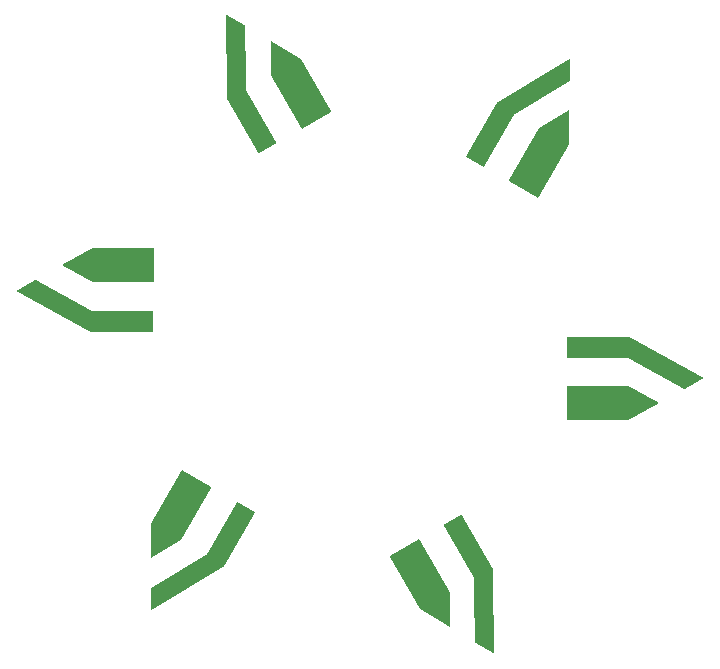
<source format=gts>
G04 Layer: TopSolderMaskLayer*
G04 Panelize: , Column: 4, Row: 1, Board Size: 58.61mm x 54.45mm, Panelized Board Size: 234.42mm x 54.45mm*
G04 EasyEDA v6.5.34, 2023-08-10 18:14:54*
G04 780bab0029a440d288e4cb8bfd1748dc,5a6b42c53f6a479593ecc07194224c93,10*
G04 Gerber Generator version 0.2*
G04 Scale: 100 percent, Rotated: No, Reflected: No *
G04 Dimensions in millimeters *
G04 leading zeros omitted , absolute positions ,4 integer and 5 decimal *
%FSLAX45Y45*%
%MOMM*%

%AMMACRO1*4,1,37,2.0825,-5.8574,2.0622,-5.8498,2.0615,-5.8504,0.5299,-4.9741,0.5227,-4.9694,0.5151,-4.9618,0.51,-4.9516,0.5049,-4.9313,0.5045,-4.931,0.4029,0.5631,-2.1321,4.9547,-2.1308,4.9557,-2.1384,4.9709,-2.1384,4.9862,-2.1333,5.0014,-2.1257,5.0141,-2.113,5.0243,-2.1117,5.0258,-0.6843,5.8513,-0.6832,5.8498,-0.6679,5.8574,-0.6527,5.8574,-0.6375,5.8523,-0.6248,5.8447,-0.6146,5.832,-0.6131,5.831,1.9269,1.4317,1.9904,1.3225,1.9889,1.3226,1.9965,1.3074,1.9965,1.2972,1.9954,1.2971,2.1377,-5.8047,2.1384,-5.8066,2.1333,-5.8269,2.1232,-5.8447,2.1028,-5.8548,2.0825,-5.8574,0*%
%AMMACRO2*4,1,36,2.5048,-3.6996,2.4845,-3.692,2.4841,-3.6928,0.0025,-2.1916,0.0047,-2.1908,-0.0055,-2.1857,-0.008,-2.1806,-0.0106,-2.1781,-0.0131,-2.173,-0.0127,-2.1738,-2.5527,2.2254,-2.5531,2.2264,-2.5607,2.2417,-2.5607,2.2569,-2.5556,2.2721,-2.548,2.2848,-2.5353,2.295,-2.5349,2.2966,-0.1169,3.6936,-0.1156,3.692,-0.1004,3.6996,-0.0852,3.6996,-0.0699,3.6945,-0.0572,3.6869,-0.0471,3.6742,-0.0457,3.6732,2.4943,-0.726,2.4929,-0.7252,2.5006,-0.7404,2.5006,-0.7506,2.4993,-0.7489,2.5603,-3.647,2.5607,-3.6488,2.5556,-3.6691,2.5429,-3.6869,2.5252,-3.6971,2.5048,-3.6996,0*%
%AMMACRO3*4,1,39,-4.3333,-4.5556,-4.3536,-4.5531,-4.3714,-4.5429,-4.3841,-4.5251,-4.3891,-4.5048,-4.3895,-4.5055,-4.3971,-2.7402,-4.397,-2.7405,-4.397,-2.7304,-4.3869,-2.71,-4.3818,-2.7024,-4.3716,-2.6973,-4.3717,-2.697,0.3375,0.1401,2.8724,4.5293,2.8733,4.5302,2.8834,4.5429,2.8961,4.5505,2.9114,4.5556,2.9266,4.5556,2.9419,4.548,2.941,4.5496,4.371,3.7241,4.3717,3.7225,4.3844,3.7123,4.392,3.6996,4.3971,3.6844,4.3971,3.6692,4.3895,3.6539,4.3913,3.653,1.8513,-0.7463,1.7878,-0.8555,1.786,-0.8555,1.7834,-0.8605,1.7809,-0.8631,1.7783,-0.8682,1.7682,-0.8732,1.77,-0.8733,-4.3129,-4.548,-4.3333,-4.5556,0*%
%AMMACRO4*4,1,35,-2.5048,-3.6996,-2.5252,-3.6971,-2.5429,-3.6869,-2.5556,-3.6691,-2.5607,-3.6488,-2.5607,-3.647,-2.4998,-0.7489,-2.5005,-0.7506,-2.5005,-0.7404,-2.4929,-0.7252,-2.4947,-0.726,0.0453,3.6732,0.0471,3.6742,0.0572,3.6869,0.0699,3.6945,0.0852,3.6996,0.1004,3.6996,0.1157,3.692,0.1164,3.6936,2.5345,2.2966,2.5353,2.295,2.548,2.2848,2.5557,2.2721,2.5607,2.2569,2.5607,2.2417,2.5531,2.2264,2.5548,2.2254,0.0148,-2.1738,0.0131,-2.173,0.0106,-2.1781,0.008,-2.1806,0.0055,-2.1857,-0.0047,-2.1908,-0.003,-2.1916,-2.4845,-3.692,-2.5048,-3.6996,0*%
%AMMACRO5*4,1,27,0.4978,-2.2098,0.4877,-2.2047,0.4826,-2.2047,-5.7404,1.2243,-5.7556,1.2395,-5.7658,1.2598,-5.7658,1.2802,-5.7556,1.3005,-5.7404,1.3132,-4.2164,2.2022,-4.2062,2.2073,-4.1961,2.2098,-4.1859,2.2098,-4.1656,2.2047,0.6502,-0.4572,5.715,-0.4572,5.7302,-0.4597,5.7455,-0.4674,5.7556,-0.4775,5.7633,-0.4928,5.7658,-0.508,5.7658,-2.159,5.7633,-2.1742,5.7556,-2.1895,5.7455,-2.1996,5.7302,-2.2073,5.715,-2.2098,0.4978,-2.2098,0*%
%AMMACRO6*4,1,24,-1.2802,-1.4478,-1.2903,-1.4427,-1.2954,-1.4427,-3.8354,-0.0457,-3.8506,-0.0305,-3.8608,-0.0102,-3.8608,0.0102,-3.8506,0.0305,-3.8354,0.0457,-1.2954,1.4427,-1.2903,1.4427,-1.2802,1.4478,3.81,1.4478,3.8252,1.4453,3.8405,1.4376,3.8506,1.4275,3.8583,1.4122,3.8608,1.397,3.8608,-1.397,3.8583,-1.4122,3.8506,-1.4275,3.8405,-1.4376,3.8252,-1.4453,3.81,-1.4478,-1.2802,-1.4478,0*%
%AMMACRO7*4,1,38,0.6527,-5.8574,0.6375,-5.8523,0.6248,-5.8447,0.6146,-5.832,0.6134,-5.831,-1.9266,-1.4317,-1.9901,-1.3225,-1.9889,-1.3226,-1.9965,-1.3074,-1.9965,-1.2972,-1.9977,-1.2971,-2.1374,5.8047,-2.1384,5.8066,-2.1333,5.8269,-2.1232,5.8447,-2.1028,5.8548,-2.0825,5.8574,-2.0622,5.8498,-2.0612,5.8504,-0.5296,4.9741,-0.5303,4.9745,-0.5227,4.9694,-0.5151,4.9618,-0.51,4.9516,-0.5049,4.9313,-0.5042,4.931,-0.4026,-0.5631,2.1323,-4.9547,2.1308,-4.9557,2.1384,-4.9709,2.1384,-4.9862,2.1333,-5.0014,2.1257,-5.0141,2.113,-5.0243,2.112,-5.0258,0.682,-5.8513,0.6832,-5.8498,0.6679,-5.8574,0.6527,-5.8574,0*%
%AMMACRO8*4,1,35,0.0852,-3.6996,0.0699,-3.6945,0.0572,-3.6869,0.0471,-3.6742,0.046,-3.6732,-2.494,0.726,-2.4929,0.7252,-2.5006,0.7404,-2.5006,0.7506,-2.5016,0.7489,-2.56,3.647,-2.5607,3.6488,-2.5556,3.6691,-2.5429,3.6869,-2.5252,3.6971,-2.5048,3.6996,-2.4845,3.692,-2.4838,3.6928,-0.0048,2.1916,-0.0047,2.1908,0.0055,2.1857,0.008,2.1806,0.0106,2.1781,0.013,2.1738,2.553,-2.2254,2.5531,-2.2264,2.5607,-2.2417,2.5607,-2.2569,2.5556,-2.2721,2.548,-2.2848,2.5353,-2.295,2.5352,-2.2966,0.1146,-3.6936,0.1156,-3.692,0.1004,-3.6996,0.0852,-3.6996,0*%
%AMMACRO9*4,1,40,-2.9268,-4.5556,-2.942,-4.548,-2.9408,-4.5496,-4.3709,-3.7241,-4.3718,-3.7225,-4.3845,-3.7123,-4.3921,-3.6996,-4.3972,-3.6844,-4.3972,-3.6692,-4.3896,-3.6539,-4.3912,-3.653,-1.8512,0.7463,-1.7877,0.8555,-1.7861,0.8555,-1.7836,0.8605,-1.781,0.8631,-1.7785,0.8682,-1.7683,0.8732,-1.7699,0.8733,4.3109,4.5487,4.3128,4.548,4.3331,4.5556,4.3534,4.5531,4.3712,4.5429,4.3839,4.5251,4.389,4.5048,4.3896,4.5055,4.3972,2.7402,4.3969,2.7405,4.3969,2.7304,4.3867,2.71,4.3817,2.7024,4.3715,2.6973,4.3718,2.697,-0.3373,-0.1401,-2.8723,-4.5293,-2.8734,-4.5302,-2.8836,-4.5429,-2.8963,-4.5505,-2.9115,-4.5556,-2.9268,-4.5556,0*%
%AMMACRO10*4,1,35,-0.1006,-3.6996,-0.1158,-3.692,-0.1163,-3.6936,-2.5344,-2.2966,-2.5355,-2.295,-2.5482,-2.2848,-2.5558,-2.2721,-2.5609,-2.2569,-2.5609,-2.2417,-2.5533,-2.2264,-2.5547,-2.2254,-0.0147,2.1738,-0.0133,2.173,-0.0107,2.1781,-0.0082,2.1806,-0.0056,2.1857,0.0045,2.1908,0.0031,2.1916,2.4844,3.692,2.5047,3.6996,2.525,3.6971,2.5428,3.6869,2.5555,3.6691,2.5606,3.6488,2.5609,3.647,2.4999,0.7489,2.5004,0.7506,2.5004,0.7404,2.4928,0.7252,2.4948,0.726,-0.0452,-3.6732,-0.0472,-3.6742,-0.0574,-3.6869,-0.0701,-3.6945,-0.0853,-3.6996,-0.1006,-3.6996,0*%
%AMMACRO11*4,1,33,4.1863,-2.2098,4.166,-2.2047,4.1677,-2.2047,-0.6481,0.4572,-5.7146,0.4572,-5.7298,0.4597,-5.7451,0.4674,-5.7552,0.4775,-5.7629,0.4928,-5.7654,0.508,-5.7662,0.508,-5.7662,2.159,-5.7654,2.159,-5.7629,2.1742,-5.7552,2.1895,-5.7451,2.1996,-5.7298,2.2073,-5.7146,2.2098,-0.4974,2.2098,-0.4873,2.2047,-0.483,2.2047,5.74,-1.2243,5.7408,-1.2243,5.756,-1.2395,5.7662,-1.2598,5.7662,-1.2802,5.756,-1.3005,5.7408,-1.3132,5.74,-1.3132,4.216,-2.2022,4.2168,-2.2022,4.2066,-2.2073,4.1965,-2.2098,4.1863,-2.2098,0*%
%AMMACRO12*4,1,28,-3.8096,-1.4478,-3.8248,-1.4453,-3.8401,-1.4376,-3.8502,-1.4275,-3.8579,-1.4122,-3.8604,-1.397,-3.8612,-1.397,-3.8612,1.397,-3.8604,1.397,-3.8579,1.4122,-3.8502,1.4275,-3.8401,1.4376,-3.8248,1.4453,-3.8096,1.4478,1.2806,1.4478,1.2907,1.4427,1.295,1.4427,3.835,0.0457,3.8358,0.0457,3.851,0.0305,3.8612,0.0102,3.8612,-0.0102,3.851,-0.0305,3.8358,-0.0457,3.835,-0.0457,1.295,-1.4427,1.2907,-1.4427,1.2806,-1.4478,-3.8096,-1.4478,0*%
%ADD10MACRO1*%
%ADD11MACRO2*%
%ADD12MACRO3*%
%ADD13MACRO4*%
%ADD14MACRO5*%
%ADD15MACRO6*%
%ADD16MACRO7*%
%ADD17MACRO8*%
%ADD18MACRO9*%
%ADD19MACRO10*%
%ADD20MACRO11*%
%ADD21MACRO12*%

%LPD*%
D10*
G01*
X3186275Y-2114213D03*
D11*
G01*
X2766569Y-2107986D03*
D12*
G01*
X929674Y-1876088D03*
D13*
G01*
X750357Y-1523786D03*
D14*
G01*
X-63500Y241300D03*
D15*
G01*
X127000Y584200D03*
D16*
G01*
X1342517Y2114213D03*
D17*
G01*
X1762222Y2107986D03*
D18*
G01*
X3599131Y1876088D03*
D19*
G01*
X3778448Y1523786D03*
D20*
G01*
X4591851Y-241300D03*
D21*
G01*
X4401351Y-584200D03*
M02*

</source>
